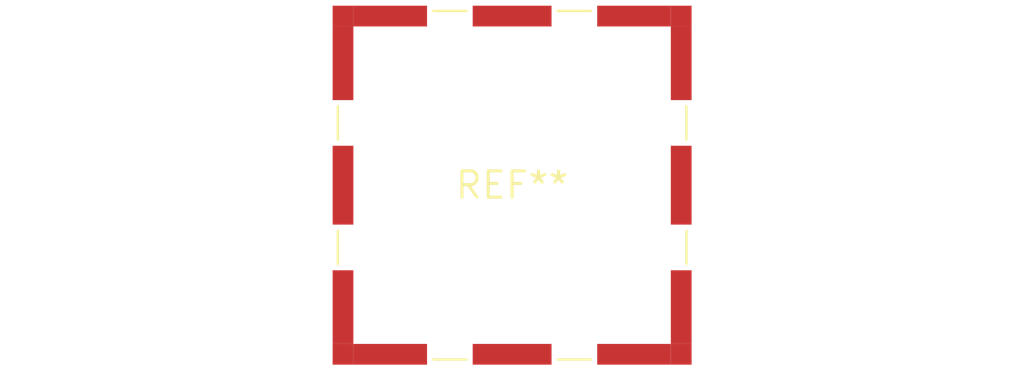
<source format=kicad_pcb>
(kicad_pcb (version 20240108) (generator pcbnew)
  (layers (0 "F.Cu" signal) (31 "B.Cu" signal) (34 "B.Paste" user) (35 "F.Paste" user) (36 "B.SilkS" user "B.Silkscreen") (37 "F.SilkS" user "F.Silkscreen") (38 "B.Mask" user) (39 "F.Mask" user) (44 "Edge.Cuts" user))
  (net 0 "")
  (footprint "Laird_Technologies_BMI-S-202-F_16.50x16.50mm" (layer "F.Cu") (at 0 0)
    (property "Reference" "REF**")
    (property "Value" "Laird_Technologies_BMI-S-202-F_16.50x16.50mm")
    (fp_line (start -8.4 -3.8) (end -8.4 -2.2) (layer "F.SilkS") (stroke (width 0.12)))
    (fp_line (start -8.4 2.2) (end -8.4 3.8) (layer "F.SilkS") (stroke (width 0.12)))
    (fp_line (start -3.8 -8.4) (end -2.2 -8.4) (layer "F.SilkS") (stroke (width 0.12)))
    (fp_line (start -3.8 8.4) (end -2.2 8.4) (layer "F.SilkS") (stroke (width 0.12)))
    (fp_line (start 2.2 -8.4) (end 3.8 -8.4) (layer "F.SilkS") (stroke (width 0.12)))
    (fp_line (start 2.2 8.4) (end 3.8 8.4) (layer "F.SilkS") (stroke (width 0.12)))
    (fp_line (start 8.4 -3.8) (end 8.4 -2.2) (layer "F.SilkS") (stroke (width 0.12)))
    (fp_line (start 8.4 2.2) (end 8.4 3.8) (layer "F.SilkS") (stroke (width 0.12)))
    (pad "1" smd rect (at -8.15 -8.15) (size 1 1) (layers "F.Cu" "F.Paste" "F.Mask"))
    (pad "1" smd rect (at -8.15 -5.875) (size 1 3.55) (layers "F.Cu" "F.Paste" "F.Mask"))
    (pad "1" smd rect (at -8.15 0) (size 1 3.8) (layers "F.Cu" "F.Paste" "F.Mask"))
    (pad "1" smd rect (at -8.15 5.875) (size 1 3.55) (layers "F.Cu" "F.Paste" "F.Mask"))
    (pad "1" smd rect (at -8.15 8.15) (size 1 1) (layers "F.Cu" "F.Paste" "F.Mask"))
    (pad "1" smd rect (at -5.875 -8.15) (size 3.55 1) (layers "F.Cu" "F.Paste" "F.Mask"))
    (pad "1" smd rect (at -5.875 8.15) (size 3.55 1) (layers "F.Cu" "F.Paste" "F.Mask"))
    (pad "1" smd rect (at 0 -8.15) (size 3.8 1) (layers "F.Cu" "F.Paste" "F.Mask"))
    (pad "1" smd rect (at 0 8.15) (size 3.8 1) (layers "F.Cu" "F.Paste" "F.Mask"))
    (pad "1" smd rect (at 5.875 -8.15) (size 3.55 1) (layers "F.Cu" "F.Paste" "F.Mask"))
    (pad "1" smd rect (at 5.875 8.15) (size 3.55 1) (layers "F.Cu" "F.Paste" "F.Mask"))
    (pad "1" smd rect (at 8.15 -8.15) (size 1 1) (layers "F.Cu" "F.Paste" "F.Mask"))
    (pad "1" smd rect (at 8.15 -5.875) (size 1 3.55) (layers "F.Cu" "F.Paste" "F.Mask"))
    (pad "1" smd rect (at 8.15 0) (size 1 3.8) (layers "F.Cu" "F.Paste" "F.Mask"))
    (pad "1" smd rect (at 8.15 5.875) (size 1 3.55) (layers "F.Cu" "F.Paste" "F.Mask"))
    (pad "1" smd rect (at 8.15 8.15) (size 1 1) (layers "F.Cu" "F.Paste" "F.Mask"))
  )
)
</source>
